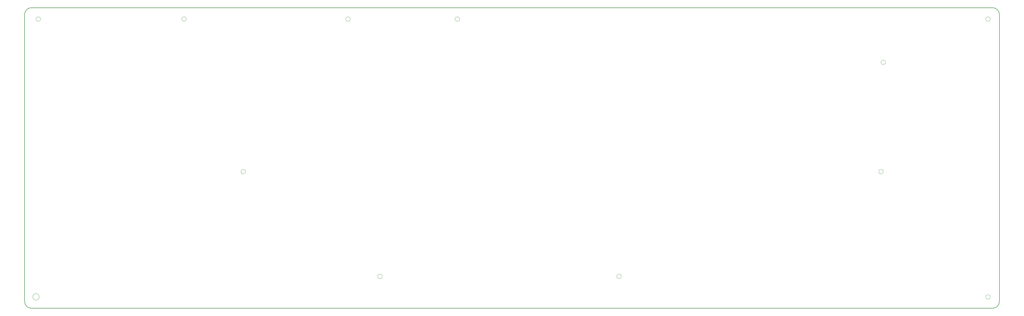
<source format=gm1>
G04 #@! TF.GenerationSoftware,KiCad,Pcbnew,(6.0.9)*
G04 #@! TF.CreationDate,2023-03-10T16:35:17-06:00*
G04 #@! TF.ProjectId,BasePCB,42617365-5043-4422-9e6b-696361645f70,rev?*
G04 #@! TF.SameCoordinates,Original*
G04 #@! TF.FileFunction,Profile,NP*
%FSLAX46Y46*%
G04 Gerber Fmt 4.6, Leading zero omitted, Abs format (unit mm)*
G04 Created by KiCad (PCBNEW (6.0.9)) date 2023-03-10 16:35:17*
%MOMM*%
%LPD*%
G01*
G04 APERTURE LIST*
G04 #@! TA.AperFunction,Profile*
%ADD10C,0.150000*%
G04 #@! TD*
G04 #@! TA.AperFunction,Profile*
%ADD11C,0.100000*%
G04 #@! TD*
G04 APERTURE END LIST*
D10*
X-153987500Y45243750D02*
X-153987500Y145256250D01*
D11*
X-29368750Y53975000D02*
G75*
G03*
X-29368750Y53975000I-793750J0D01*
G01*
D10*
X183356250Y42862500D02*
G75*
G03*
X185737500Y45243750I-50J2381300D01*
G01*
X185737500Y145256250D02*
G75*
G03*
X183356250Y147637500I-2381300J-50D01*
G01*
D11*
X-148431250Y143668750D02*
G75*
G03*
X-148431250Y143668750I-793750J0D01*
G01*
D10*
X183356250Y42862500D02*
X-151606250Y42862500D01*
X-153987500Y45243750D02*
G75*
G03*
X-151606250Y42862500I2381250J0D01*
G01*
X183356250Y147637500D02*
X-151606250Y147637500D01*
D11*
X53975000Y53975000D02*
G75*
G03*
X53975000Y53975000I-793750J0D01*
G01*
X-40481250Y143668750D02*
G75*
G03*
X-40481250Y143668750I-793750J0D01*
G01*
X182562500Y46831250D02*
G75*
G03*
X182562500Y46831250I-793750J0D01*
G01*
X181768751Y46831250D02*
G75*
G03*
X181768751Y46831250I-1J0D01*
G01*
X-97631250Y143668750D02*
G75*
G03*
X-97631250Y143668750I-793750J0D01*
G01*
X145256250Y90487500D02*
G75*
G03*
X145256250Y90487500I-793750J0D01*
G01*
D10*
X-151606250Y147637500D02*
G75*
G03*
X-153987500Y145256250I0J-2381250D01*
G01*
X185737500Y45243750D02*
X185737500Y145256250D01*
D11*
X-2381250Y143668750D02*
G75*
G03*
X-2381250Y143668750I-793750J0D01*
G01*
X146050000Y128587500D02*
G75*
G03*
X146050000Y128587500I-793750J0D01*
G01*
X-148896218Y46831250D02*
G75*
G03*
X-148896218Y46831250I-1122532J0D01*
G01*
X182562500Y143668750D02*
G75*
G03*
X182562500Y143668750I-793750J0D01*
G01*
X-76993750Y90487500D02*
G75*
G03*
X-76993750Y90487500I-793750J0D01*
G01*
M02*

</source>
